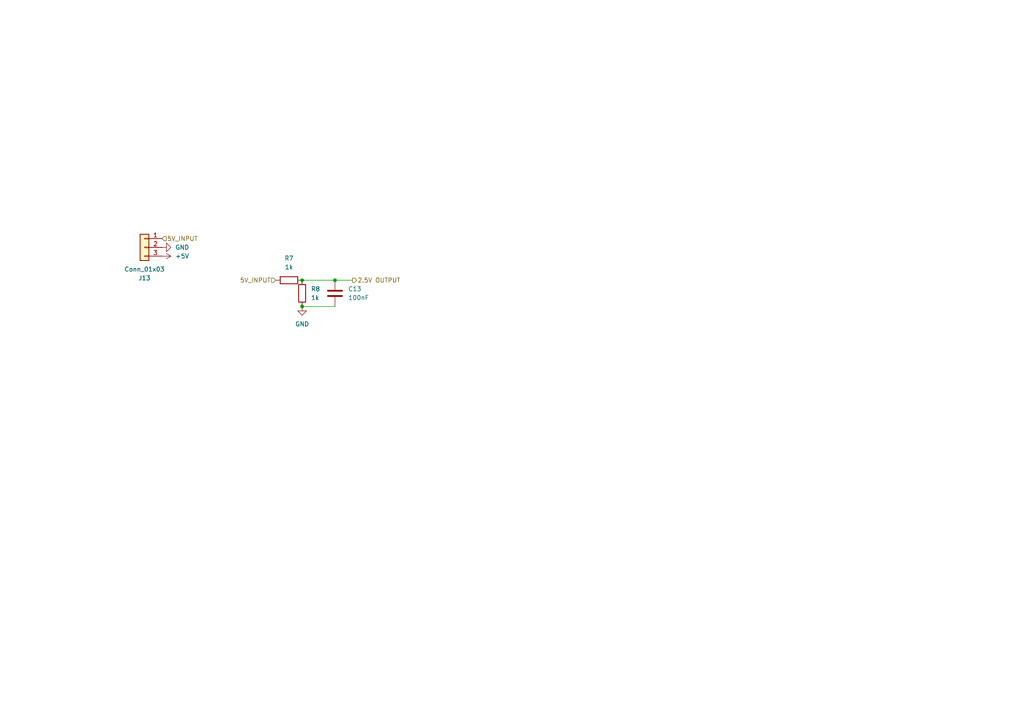
<source format=kicad_sch>
(kicad_sch (version 20231120) (generator "eeschema") (generator_version "8.0")
  (paper "A4")
  (lib_symbols
    (symbol "Connector_Generic:Conn_01x03" (pin_names (offset 1.016) hide)
      (property "Reference" "J" (at 0 5.08 0))
      (property "Value" "Conn_01x03" (at 0 -5.08 0))
      (symbol "Conn_01x03_1_1"
        (rectangle (start -1.27 -2.413) (end 0 -2.667) (stroke (width 0.1524)))
        (rectangle (start -1.27 0.127) (end 0 -0.127) (stroke (width 0.1524)))
        (rectangle (start -1.27 2.667) (end 0 2.413) (stroke (width 0.1524)))
        (rectangle (start -1.27 3.81) (end 1.27 -3.81) (stroke (width 0.254)) (fill (type background)))
        (pin passive line (at -5.08 2.54 0) (length 3.81) (name "Pin_1") (number "1"))
        (pin passive line (at -5.08 0 0) (length 3.81) (name "Pin_2") (number "2"))
        (pin passive line (at -5.08 -2.54 0) (length 3.81) (name "Pin_3") (number "3"))
      )
    )
    (symbol "Device:C" (pin_numbers hide) (pin_names (offset 0.254))
      (property "Reference" "C" (at 0.635 2.54 0))
      (property "Value" "C" (at 0.635 -2.54 0))
      (symbol "C_0_1"
        (polyline (pts (xy -2.032 -0.762) (xy 2.032 -0.762)) (stroke (width 0.508)))
        (polyline (pts (xy -2.032 0.762) (xy 2.032 0.762)) (stroke (width 0.508)))
      )
      (symbol "C_1_1"
        (pin passive line (at 0 3.81 270) (length 2.794) (name "~") (number "1"))
        (pin passive line (at 0 -3.81 90) (length 2.794) (name "~") (number "2"))
      )
    )
    (symbol "Device:R" (pin_numbers hide) (pin_names (offset 0))
      (property "Reference" "R" (at 2.032 0 90))
      (property "Value" "R" (at 0 0 90))
      (symbol "R_0_1"
        (rectangle (start -1.016 -2.54) (end 1.016 2.54) (stroke (width 0.254)))
      )
      (symbol "R_1_1"
        (pin passive line (at 0 3.81 270) (length 1.27) (name "~") (number "1"))
        (pin passive line (at 0 -3.81 90) (length 1.27) (name "~") (number "2"))
      )
    )
    (symbol "power:+5V" (power) (pin_numbers hide) (pin_names (offset 0) hide)
      (property "Value" "+5V" (at 0 3.556 0))
      (symbol "+5V_0_1"
        (polyline (pts (xy -0.762 1.27) (xy 0 2.54)))
        (polyline (pts (xy 0 0) (xy 0 2.54)))
        (polyline (pts (xy 0 2.54) (xy 0.762 1.27)))
      )
      (symbol "+5V_1_1"
        (pin power_in line (at 0 0 90) (length 0) (name "~") (number "1"))
      )
    )
    (symbol "power:GND" (power) (pin_numbers hide) (pin_names (offset 0) hide)
      (property "Value" "GND" (at 0 -3.81 0))
      (symbol "GND_0_1"
        (polyline (pts (xy 0 0) (xy 0 -1.27) (xy 1.27 -1.27) (xy 0 -2.54) (xy -1.27 -1.27) (xy 0 -1.27)))
      )
      (symbol "GND_1_1"
        (pin power_in line (at 0 0 270) (length 0) (name "~") (number "1"))
      )
    )
  )
  (junction (at 97.155 81.28))
  (junction (at 87.63 88.9))
  (junction (at 87.63 81.28))
  (wire (pts (xy 102.235 81.28) (xy 97.155 81.28)))
  (wire (pts (xy 97.155 81.28) (xy 87.63 81.28)))
  (wire (pts (xy 87.63 88.9) (xy 97.155 88.9)))
  (hierarchical_label "5V_INPUT" (shape input) (at 46.99 69.215 0))
  (hierarchical_label "2.5V OUTPUT" (shape output) (at 102.235 81.28 0))
  (hierarchical_label "5V_INPUT" (shape input) (at 80.01 81.28 180))
  (symbol (lib_id "Device:R") (at 87.63 85.09 180) (unit 1)
    (property "Reference" "R8" (at 90.17 83.8199 0) (effects (justify right)))
    (property "Value" "1k" (at 90.17 86.3599 0) (effects (justify right)))
    (property "Footprint" "RMC_Resistor:R_0805_2012Metric_Pad1.20x1.40mm_HandSolder_L" (effects (hide yes)))
    (property "Description" "Resistor" (effects (hide yes)))
    (instances (project "sensorboard_v10" (path "" (reference "R8") (unit 1)) (path "" (reference "R10") (unit 1)) (path "" (reference "R12") (unit 1)) (path "" (reference "R14") (unit 1)) (path "" (reference "R16") (unit 1)) (path "" (reference "R18") (unit 1)) (path "" (reference "R20") (unit 1))))
  )
  (symbol (lib_id "Connector_Generic:Conn_01x03") (at 41.91 71.755 0) (mirror y) (unit 1)
    (property "Reference" "J13" (at 41.91 80.645 0))
    (property "Value" "Conn_01x03" (at 41.91 78.105 0))
    (property "Footprint" "Connector_JST:JST_XH_B3B-XH-A_1x03_P2.50mm_Vertical" (effects (hide yes)))
    (property "Description" "Generic connector, single row, 01x03, script generated (kicad-library-utils/schlib/autogen/connector/)" (effects (hide yes)))
    (instances (project "sensorboard_v10" (path "" (reference "J13") (unit 1)) (path "" (reference "J14") (unit 1)) (path "" (reference "J15") (unit 1)) (path "" (reference "J16") (unit 1)) (path "" (reference "J17") (unit 1)) (path "" (reference "J18") (unit 1)) (path "" (reference "J12") (unit 1))))
  )
  (symbol (lib_id "power:GND") (at 46.99 71.755 90) (mirror x) (unit 1)
    (property "Reference" "#PWR037" (effects (hide yes)))
    (property "Value" "GND" (at 50.8 71.7551 90) (effects (justify right)))
    (property "Description" "Power symbol creates a global label with name \"GND\" , ground" (effects (hide yes)))
    (instances (project "sensorboard_v10" (path "" (reference "#PWR037") (unit 1)) (path "" (reference "#PWR040") (unit 1)) (path "" (reference "#PWR043") (unit 1)) (path "" (reference "#PWR046") (unit 1)) (path "" (reference "#PWR049") (unit 1)) (path "" (reference "#PWR052") (unit 1)) (path "" (reference "#PWR055") (unit 1))))
  )
  (symbol (lib_id "Device:C") (at 97.155 85.09 180) (unit 1)
    (property "Reference" "C13" (at 100.965 83.8199 0) (effects (justify right)))
    (property "Value" "100nF" (at 100.965 86.3599 0) (effects (justify right)))
    (property "Footprint" "RMC_Capacitor:C_0805_2012Metric_Pad1.18x1.45mm_HandSolder_L" (effects (hide yes)))
    (property "Description" "Unpolarized capacitor" (effects (hide yes)))
    (instances (project "sensorboard_v10" (path "" (reference "C13") (unit 1)) (path "" (reference "C14") (unit 1)) (path "" (reference "C15") (unit 1)) (path "" (reference "C16") (unit 1)) (path "" (reference "C17") (unit 1)) (path "" (reference "C18") (unit 1)) (path "" (reference "C19") (unit 1))))
  )
  (symbol (lib_id "power:GND") (at 87.63 88.9 0) (unit 1)
    (property "Reference" "#PWR039" (effects (hide yes)))
    (property "Value" "GND" (at 87.63 93.98 0))
    (property "Description" "Power symbol creates a global label with name \"GND\" , ground" (effects (hide yes)))
    (instances (project "sensorboard_v10" (path "" (reference "#PWR039") (unit 1)) (path "" (reference "#PWR042") (unit 1)) (path "" (reference "#PWR045") (unit 1)) (path "" (reference "#PWR048") (unit 1)) (path "" (reference "#PWR051") (unit 1)) (path "" (reference "#PWR054") (unit 1)) (path "" (reference "#PWR057") (unit 1))))
  )
  (symbol (lib_id "Device:R") (at 83.82 81.28 90) (unit 1)
    (property "Reference" "R7" (at 83.82 74.93 90))
    (property "Value" "1k" (at 83.82 77.47 90))
    (property "Footprint" "RMC_Resistor:R_0805_2012Metric_Pad1.20x1.40mm_HandSolder_L" (effects (hide yes)))
    (property "Description" "Resistor" (effects (hide yes)))
    (instances (project "sensorboard_v10" (path "" (reference "R7") (unit 1)) (path "" (reference "R9") (unit 1)) (path "" (reference "R11") (unit 1)) (path "" (reference "R13") (unit 1)) (path "" (reference "R15") (unit 1)) (path "" (reference "R17") (unit 1)) (path "" (reference "R19") (unit 1))))
  )
  (symbol (lib_id "power:+5V") (at 46.99 74.295 270) (mirror x) (unit 1)
    (property "Reference" "#PWR041" (effects (hide yes)))
    (property "Value" "+5V" (at 50.8 74.2951 90) (effects (justify left)))
    (property "Description" "Power symbol creates a global label with name \"+5V\"" (effects (hide yes)))
    (instances (project "sensorboard_v10" (path "" (reference "#PWR041") (unit 1)) (path "" (reference "#PWR044") (unit 1)) (path "" (reference "#PWR047") (unit 1)) (path "" (reference "#PWR050") (unit 1)) (path "" (reference "#PWR053") (unit 1)) (path "" (reference "#PWR056") (unit 1)) (path "" (reference "#PWR038") (unit 1))))
  )
)
</source>
